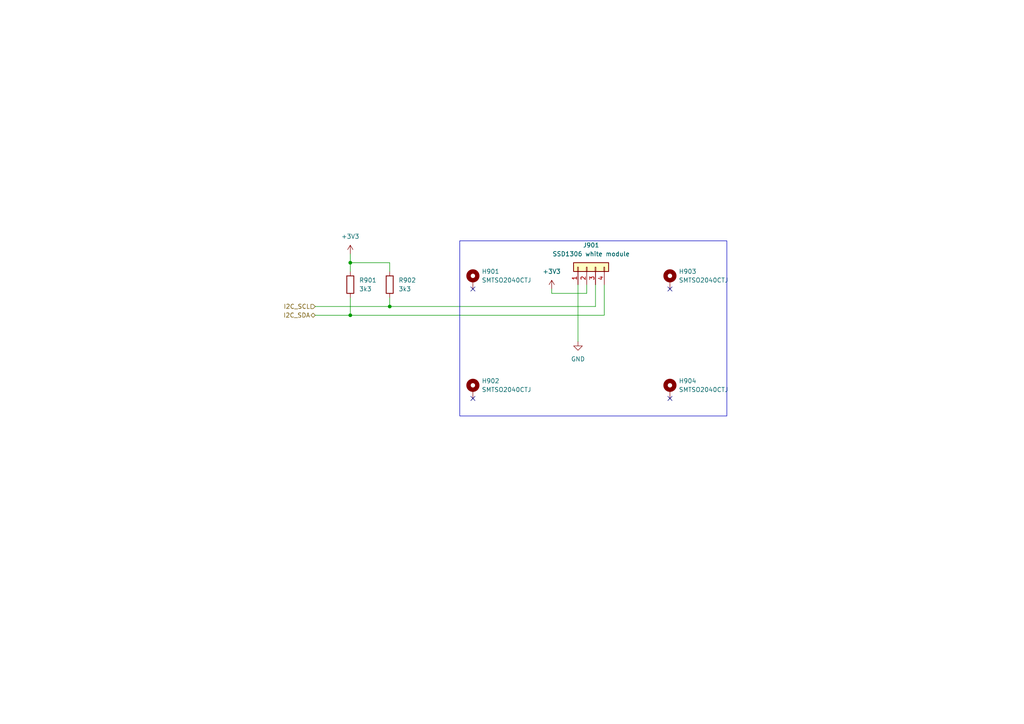
<source format=kicad_sch>
(kicad_sch (version 20231120) (generator "eeschema") (generator_version "8.0")
  (paper "A4")
  (lib_symbols
    (symbol "Connector_Generic:Conn_01x04" (pin_names (offset 1.016) hide)
      (property "Reference" "J" (at 0 5.08 0))
      (property "Value" "Conn_01x04" (at 0 -7.62 0))
      (symbol "Conn_01x04_1_1"
        (rectangle (start -1.27 -4.953) (end 0 -5.207) (stroke (width 0.1524)))
        (rectangle (start -1.27 -2.413) (end 0 -2.667) (stroke (width 0.1524)))
        (rectangle (start -1.27 0.127) (end 0 -0.127) (stroke (width 0.1524)))
        (rectangle (start -1.27 2.667) (end 0 2.413) (stroke (width 0.1524)))
        (rectangle (start -1.27 3.81) (end 1.27 -6.35) (stroke (width 0.254)) (fill (type background)))
        (pin passive line (at -5.08 2.54 0) (length 3.81) (name "Pin_1") (number "1"))
        (pin passive line (at -5.08 0 0) (length 3.81) (name "Pin_2") (number "2"))
        (pin passive line (at -5.08 -2.54 0) (length 3.81) (name "Pin_3") (number "3"))
        (pin passive line (at -5.08 -5.08 0) (length 3.81) (name "Pin_4") (number "4"))
      )
    )
    (symbol "Device:R" (pin_numbers hide) (pin_names (offset 0))
      (property "Reference" "R" (at 2.032 0 90))
      (property "Value" "R" (at 0 0 90))
      (symbol "R_0_1"
        (rectangle (start -1.016 -2.54) (end 1.016 2.54) (stroke (width 0.254)))
      )
      (symbol "R_1_1"
        (pin passive line (at 0 3.81 270) (length 1.27) (name "~") (number "1"))
        (pin passive line (at 0 -3.81 90) (length 1.27) (name "~") (number "2"))
      )
    )
    (symbol "Mechanical:MountingHole_Pad" (pin_numbers hide) (pin_names (offset 1.016) hide)
      (property "Reference" "H" (at 0 6.35 0))
      (property "Value" "MountingHole_Pad" (at 0 4.445 0))
      (symbol "MountingHole_Pad_0_1"
        (circle (center 0 1.27) (radius 1.27) (stroke (width 1.27)))
      )
      (symbol "MountingHole_Pad_1_1"
        (pin input line (at 0 -2.54 90) (length 2.54) (name "1") (number "1"))
      )
    )
    (symbol "power:+3V3" (power) (pin_names (offset 0))
      (property "Value" "+3V3" (at 0 3.556 0))
      (symbol "+3V3_0_1"
        (polyline (pts (xy -0.762 1.27) (xy 0 2.54)))
        (polyline (pts (xy 0 0) (xy 0 2.54)))
        (polyline (pts (xy 0 2.54) (xy 0.762 1.27)))
      )
      (symbol "+3V3_1_1"
        (pin power_in line (at 0 0 90) (length 0) hide (name "+3V3") (number "1"))
      )
    )
    (symbol "power:GND" (power) (pin_names (offset 0))
      (property "Value" "GND" (at 0 -3.81 0))
      (symbol "GND_0_1"
        (polyline (pts (xy 0 0) (xy 0 -1.27) (xy 1.27 -1.27) (xy 0 -2.54) (xy -1.27 -1.27) (xy 0 -1.27)))
      )
      (symbol "GND_1_1"
        (pin power_in line (at 0 0 270) (length 0) hide (name "GND") (number "1"))
      )
    )
  )
  (junction (at 113.03 88.9))
  (junction (at 101.6 76.2))
  (junction (at 101.6 91.44))
  (no_connect (at 194.31 83.82))
  (no_connect (at 194.31 115.57))
  (no_connect (at 137.16 115.57))
  (no_connect (at 137.16 83.82))
  (wire (pts (xy 101.6 91.44) (xy 175.26 91.44)))
  (wire (pts (xy 170.18 85.09) (xy 160.02 85.09)))
  (wire (pts (xy 113.03 78.74) (xy 113.03 76.2)))
  (wire (pts (xy 170.18 82.55) (xy 170.18 85.09)))
  (wire (pts (xy 172.72 88.9) (xy 172.72 82.55)))
  (wire (pts (xy 101.6 76.2) (xy 113.03 76.2)))
  (wire (pts (xy 101.6 76.2) (xy 101.6 78.74)))
  (wire (pts (xy 167.64 82.55) (xy 167.64 99.06)))
  (wire (pts (xy 160.02 83.82) (xy 160.02 85.09)))
  (wire (pts (xy 91.44 91.44) (xy 101.6 91.44)))
  (wire (pts (xy 175.26 82.55) (xy 175.26 91.44)))
  (wire (pts (xy 91.44 88.9) (xy 113.03 88.9)))
  (wire (pts (xy 101.6 86.36) (xy 101.6 91.44)))
  (wire (pts (xy 101.6 73.66) (xy 101.6 76.2)))
  (wire (pts (xy 113.03 86.36) (xy 113.03 88.9)))
  (wire (pts (xy 113.03 88.9) (xy 172.72 88.9)))
  (rectangle (start 133.35 69.85) (end 210.82 120.65))
  (hierarchical_label "I2C_SCL" (shape input) (at 91.44 88.9 180))
  (hierarchical_label "I2C_SDA" (shape bidirectional) (at 91.44 91.44 180))
  (symbol (lib_id "power:GND") (at 167.64 99.06 0) (unit 1)
    (property "Reference" "#PWR0903" (effects (hide yes)))
    (property "Value" "GND" (at 167.64 104.14 0))
    (instances (project "reflow-controller-v1" (path "" (reference "#PWR0903") (unit 1)) (path "" (reference "#PWR0803") (unit 1))) (project "controller_v1" (path "" (reference "#PWR0403") (unit 1)) (path "" (reference "#PWR0303") (unit 1)) (path "" (reference "#PWR0203") (unit 1))))
  )
  (symbol (lib_id "Connector_Generic:Conn_01x04") (at 170.18 77.47 90) (unit 1)
    (property "Reference" "J901" (at 171.45 71.12 90))
    (property "Value" "SSD1306 white module" (at 171.45 73.66 90))
    (property "Footprint" "Connector_PinHeader_2.54mm:PinHeader_1x04_P2.54mm_Vertical" (effects (hide yes)))
    (instances (project "reflow-controller-v1" (path "" (reference "J901") (unit 1)) (path "" (reference "J801") (unit 1))) (project "controller_v1" (path "" (reference "J401") (unit 1)) (path "" (reference "J301") (unit 1)) (path "" (reference "J201") (unit 1))))
  )
  (symbol (lib_id "Device:R") (at 113.03 82.55 0) (unit 1)
    (property "Reference" "R902" (at 115.57 81.28 0) (effects (justify left)))
    (property "Value" "3k3" (at 115.57 83.82 0) (effects (justify left)))
    (property "Footprint" "Resistor_SMD:R_0603_1608Metric" (effects (hide yes)))
    (instances (project "reflow-controller-v1" (path "" (reference "R902") (unit 1)) (path "" (reference "R802") (unit 1))) (project "controller_v1" (path "" (reference "R402") (unit 1)) (path "" (reference "R302") (unit 1)) (path "" (reference "R202") (unit 1))))
  )
  (symbol (lib_id "Mechanical:MountingHole_Pad") (at 137.16 81.28 0) (unit 1)
    (property "Reference" "H901" (at 139.7 78.7399 0) (effects (justify left)))
    (property "Value" "SMTSO2040CTJ" (at 139.7 81.2799 0) (effects (justify left)))
    (property "Footprint" "Mounting_Wuerth:Mounting_Wuerth_WA-SMSI-M2_H4mm_9774040243" (effects (hide yes)))
    (instances (project "reflow-controller-v1" (path "" (reference "H901") (unit 1)) (path "" (reference "H801") (unit 1))) (project "controller_v1" (path "" (reference "H401") (unit 1)) (path "" (reference "H301") (unit 1)) (path "" (reference "H201") (unit 1))))
  )
  (symbol (lib_id "Mechanical:MountingHole_Pad") (at 137.16 113.03 0) (unit 1)
    (property "Reference" "H902" (at 139.7 110.4899 0) (effects (justify left)))
    (property "Value" "SMTSO2040CTJ" (at 139.7 113.0299 0) (effects (justify left)))
    (property "Footprint" "Mounting_Wuerth:Mounting_Wuerth_WA-SMSI-M2_H4mm_9774040243" (effects (hide yes)))
    (instances (project "reflow-controller-v1" (path "" (reference "H902") (unit 1)) (path "" (reference "H802") (unit 1))) (project "controller_v1" (path "" (reference "H402") (unit 1)) (path "" (reference "H302") (unit 1)) (path "" (reference "H202") (unit 1))))
  )
  (symbol (lib_id "Mechanical:MountingHole_Pad") (at 194.31 81.28 0) (unit 1)
    (property "Reference" "H903" (at 196.85 78.7399 0) (effects (justify left)))
    (property "Value" "SMTSO2040CTJ" (at 196.85 81.2799 0) (effects (justify left)))
    (property "Footprint" "Mounting_Wuerth:Mounting_Wuerth_WA-SMSI-M2_H4mm_9774040243" (effects (hide yes)))
    (instances (project "reflow-controller-v1" (path "" (reference "H903") (unit 1)) (path "" (reference "H803") (unit 1))) (project "controller_v1" (path "" (reference "H403") (unit 1)) (path "" (reference "H303") (unit 1)) (path "" (reference "H203") (unit 1))))
  )
  (symbol (lib_id "power:+3V3") (at 160.02 83.82 0) (unit 1)
    (property "Reference" "#PWR0902" (effects (hide yes)))
    (property "Value" "+3V3" (at 160.02 78.74 0))
    (instances (project "reflow-controller-v1" (path "" (reference "#PWR0902") (unit 1)) (path "" (reference "#PWR0802") (unit 1))) (project "controller_v1" (path "" (reference "#PWR0402") (unit 1)) (path "" (reference "#PWR0302") (unit 1)) (path "" (reference "#PWR0202") (unit 1))))
  )
  (symbol (lib_id "power:+3V3") (at 101.6 73.66 0) (unit 1)
    (property "Reference" "#PWR0901" (effects (hide yes)))
    (property "Value" "+3V3" (at 101.6 68.58 0))
    (instances (project "reflow-controller-v1" (path "" (reference "#PWR0901") (unit 1)) (path "" (reference "#PWR0801") (unit 1))) (project "controller_v1" (path "" (reference "#PWR0401") (unit 1)) (path "" (reference "#PWR0301") (unit 1)) (path "" (reference "#PWR0201") (unit 1))))
  )
  (symbol (lib_id "Device:R") (at 101.6 82.55 0) (unit 1)
    (property "Reference" "R901" (at 104.14 81.28 0) (effects (justify left)))
    (property "Value" "3k3" (at 104.14 83.82 0) (effects (justify left)))
    (property "Footprint" "Resistor_SMD:R_0603_1608Metric" (effects (hide yes)))
    (instances (project "reflow-controller-v1" (path "" (reference "R901") (unit 1)) (path "" (reference "R801") (unit 1))) (project "controller_v1" (path "" (reference "R401") (unit 1)) (path "" (reference "R301") (unit 1)) (path "" (reference "R201") (unit 1))))
  )
  (symbol (lib_id "Mechanical:MountingHole_Pad") (at 194.31 113.03 0) (unit 1)
    (property "Reference" "H904" (at 196.85 110.4899 0) (effects (justify left)))
    (property "Value" "SMTSO2040CTJ" (at 196.85 113.0299 0) (effects (justify left)))
    (property "Footprint" "Mounting_Wuerth:Mounting_Wuerth_WA-SMSI-M2_H4mm_9774040243" (effects (hide yes)))
    (instances (project "reflow-controller-v1" (path "" (reference "H904") (unit 1)) (path "" (reference "H804") (unit 1))) (project "controller_v1" (path "" (reference "H404") (unit 1)) (path "" (reference "H304") (unit 1)) (path "" (reference "H204") (unit 1))))
  )
)
</source>
